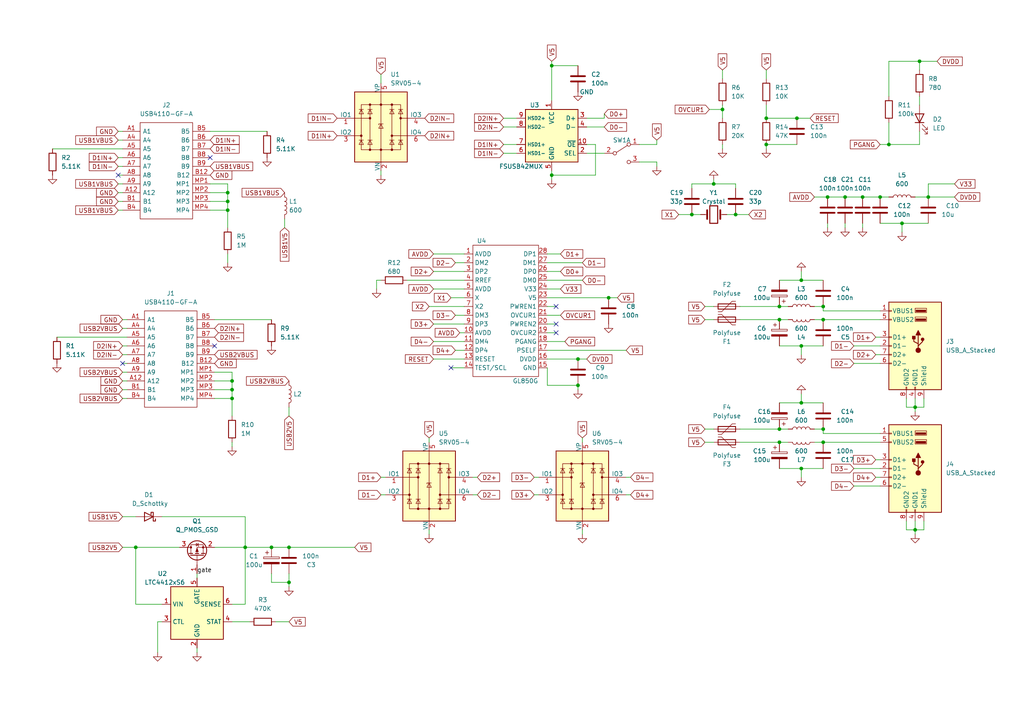
<source format=kicad_sch>
(kicad_sch (version 20211123) (generator eeschema)
  (paper "A4")
  (title_block (title "K(V)M Switch and Hub") (date "2023-01-08") (rev "v01"))
  (junction (at 226.06 128.27))
  (junction (at 232.41 116.84))
  (junction (at 66.04 58.42))
  (junction (at 67.31 110.49))
  (junction (at 66.04 55.88))
  (junction (at 226.06 92.71))
  (junction (at 71.12 158.75))
  (junction (at 222.25 41.91))
  (junction (at 213.36 62.23))
  (junction (at 255.27 57.15))
  (junction (at 200.66 62.23))
  (junction (at 238.76 88.9))
  (junction (at 39.37 158.75))
  (junction (at 222.25 34.29))
  (junction (at 160.02 50.8))
  (junction (at 269.24 57.15))
  (junction (at 238.76 128.27))
  (junction (at 167.64 104.14))
  (junction (at 240.03 57.15))
  (junction (at 67.31 113.03))
  (junction (at 83.82 168.91))
  (junction (at 167.64 111.76))
  (junction (at 265.43 118.11))
  (junction (at 231.14 34.29))
  (junction (at 160.02 19.05))
  (junction (at 176.53 86.36))
  (junction (at 257.81 41.91))
  (junction (at 209.55 31.75))
  (junction (at 245.11 57.15))
  (junction (at 83.82 158.75))
  (junction (at 250.19 57.15))
  (junction (at 67.31 115.57))
  (junction (at 232.41 100.33))
  (junction (at 232.41 81.28))
  (junction (at 78.74 158.75))
  (junction (at 238.76 124.46))
  (junction (at 261.62 64.77))
  (junction (at 226.06 88.9))
  (junction (at 266.7 17.78))
  (junction (at 238.76 92.71))
  (junction (at 207.01 53.34))
  (junction (at 265.43 153.67))
  (junction (at 232.41 135.89))
  (junction (at 226.06 124.46))
  (junction (at 66.04 60.96))
  (no_connect (at 161.29 93.98))
  (no_connect (at 130.81 106.68))
  (no_connect (at 60.96 45.72))
  (no_connect (at 161.29 96.52))
  (no_connect (at 34.29 50.8))
  (no_connect (at 35.56 105.41))
  (no_connect (at 161.29 88.9))
  (no_connect (at 62.23 100.33))
  (wire (pts (xy 209.55 41.91) (xy 209.55 43.18)))
  (wire (pts (xy 250.19 57.15) (xy 255.27 57.15)))
  (wire (pts (xy 265.43 118.11) (xy 265.43 119.38)))
  (wire (pts (xy 83.82 158.75) (xy 102.87 158.75)))
  (wire (pts (xy 82.55 66.04) (xy 82.55 63.5)))
  (wire (pts (xy 236.22 92.71) (xy 238.76 92.71)))
  (wire (pts (xy 35.56 110.49) (xy 36.83 110.49)))
  (wire (pts (xy 71.12 149.86) (xy 71.12 158.75)))
  (wire (pts (xy 35.56 107.95) (xy 36.83 107.95)))
  (wire (pts (xy 34.29 55.88) (xy 35.56 55.88)))
  (wire (pts (xy 78.74 158.75) (xy 83.82 158.75)))
  (wire (pts (xy 168.91 127) (xy 168.91 128.27)))
  (wire (pts (xy 158.75 78.74) (xy 162.56 78.74)))
  (wire (pts (xy 209.55 20.32) (xy 209.55 22.86)))
  (wire (pts (xy 265.43 57.15) (xy 269.24 57.15)))
  (wire (pts (xy 226.06 135.89) (xy 232.41 135.89)))
  (wire (pts (xy 16.51 97.79) (xy 36.83 97.79)))
  (wire (pts (xy 62.23 107.95) (xy 67.31 107.95)))
  (wire (pts (xy 158.75 83.82) (xy 162.56 83.82)))
  (wire (pts (xy 236.22 124.46) (xy 238.76 124.46)))
  (wire (pts (xy 60.96 38.1) (xy 77.47 38.1)))
  (wire (pts (xy 133.35 96.52) (xy 134.62 96.52)))
  (wire (pts (xy 207.01 53.34) (xy 213.36 53.34)))
  (wire (pts (xy 232.41 78.74) (xy 232.41 81.28)))
  (wire (pts (xy 62.23 158.75) (xy 71.12 158.75)))
  (wire (pts (xy 266.7 38.1) (xy 266.7 41.91)))
  (wire (pts (xy 66.04 60.96) (xy 66.04 66.04)))
  (wire (pts (xy 200.66 53.34) (xy 200.66 54.61)))
  (wire (pts (xy 267.97 118.11) (xy 265.43 118.11)))
  (wire (pts (xy 265.43 153.67) (xy 265.43 154.94)))
  (wire (pts (xy 222.25 41.91) (xy 231.14 41.91)))
  (wire (pts (xy 34.29 60.96) (xy 35.56 60.96)))
  (wire (pts (xy 34.29 38.1) (xy 35.56 38.1)))
  (wire (pts (xy 240.03 57.15) (xy 245.11 57.15)))
  (wire (pts (xy 146.05 41.91) (xy 149.86 41.91)))
  (wire (pts (xy 124.46 127) (xy 124.46 128.27)))
  (wire (pts (xy 35.56 105.41) (xy 36.83 105.41)))
  (wire (pts (xy 200.66 53.34) (xy 207.01 53.34)))
  (wire (pts (xy 34.29 45.72) (xy 35.56 45.72)))
  (wire (pts (xy 269.24 57.15) (xy 276.86 57.15)))
  (wire (pts (xy 125.73 78.74) (xy 134.62 78.74)))
  (wire (pts (xy 262.89 151.13) (xy 262.89 153.67)))
  (wire (pts (xy 254 97.79) (xy 255.27 97.79)))
  (wire (pts (xy 238.76 128.27) (xy 255.27 128.27)))
  (wire (pts (xy 266.7 17.78) (xy 271.78 17.78)))
  (wire (pts (xy 247.65 100.33) (xy 255.27 100.33)))
  (wire (pts (xy 205.74 31.75) (xy 209.55 31.75)))
  (wire (pts (xy 262.89 153.67) (xy 265.43 153.67)))
  (wire (pts (xy 236.22 128.27) (xy 238.76 128.27)))
  (wire (pts (xy 124.46 153.67) (xy 124.46 154.94)))
  (wire (pts (xy 255.27 57.15) (xy 257.81 57.15)))
  (wire (pts (xy 226.06 124.46) (xy 228.6 124.46)))
  (wire (pts (xy 45.72 180.34) (xy 45.72 189.23)))
  (wire (pts (xy 247.65 135.89) (xy 255.27 135.89)))
  (wire (pts (xy 130.81 86.36) (xy 134.62 86.36)))
  (wire (pts (xy 67.31 180.34) (xy 72.39 180.34)))
  (wire (pts (xy 35.56 158.75) (xy 39.37 158.75)))
  (wire (pts (xy 161.29 93.98) (xy 158.75 93.98)))
  (wire (pts (xy 245.11 57.15) (xy 250.19 57.15)))
  (wire (pts (xy 175.26 34.29) (xy 175.26 33.02)))
  (wire (pts (xy 66.04 58.42) (xy 66.04 60.96)))
  (wire (pts (xy 46.99 175.26) (xy 39.37 175.26)))
  (wire (pts (xy 158.75 81.28) (xy 168.91 81.28)))
  (wire (pts (xy 204.47 124.46) (xy 207.01 124.46)))
  (wire (pts (xy 125.73 93.98) (xy 134.62 93.98)))
  (wire (pts (xy 158.75 111.76) (xy 167.64 111.76)))
  (wire (pts (xy 250.19 66.04) (xy 250.19 64.77)))
  (wire (pts (xy 226.06 92.71) (xy 228.6 92.71)))
  (wire (pts (xy 207.01 52.07) (xy 207.01 53.34)))
  (wire (pts (xy 34.29 40.64) (xy 35.56 40.64)))
  (wire (pts (xy 181.61 138.43) (xy 182.88 138.43)))
  (wire (pts (xy 160.02 49.53) (xy 160.02 50.8)))
  (wire (pts (xy 214.63 92.71) (xy 226.06 92.71)))
  (wire (pts (xy 83.82 168.91) (xy 83.82 170.18)))
  (wire (pts (xy 269.24 53.34) (xy 269.24 57.15)))
  (wire (pts (xy 62.23 115.57) (xy 67.31 115.57)))
  (wire (pts (xy 262.89 115.57) (xy 262.89 118.11)))
  (wire (pts (xy 172.72 41.91) (xy 172.72 50.8)))
  (wire (pts (xy 35.56 149.86) (xy 39.37 149.86)))
  (wire (pts (xy 118.11 81.28) (xy 134.62 81.28)))
  (wire (pts (xy 132.08 101.6) (xy 134.62 101.6)))
  (wire (pts (xy 236.22 57.15) (xy 240.03 57.15)))
  (wire (pts (xy 257.81 35.56) (xy 257.81 41.91)))
  (wire (pts (xy 232.41 138.43) (xy 232.41 135.89)))
  (wire (pts (xy 34.29 58.42) (xy 35.56 58.42)))
  (wire (pts (xy 214.63 124.46) (xy 226.06 124.46)))
  (wire (pts (xy 196.85 62.23) (xy 200.66 62.23)))
  (wire (pts (xy 110.49 138.43) (xy 111.76 138.43)))
  (wire (pts (xy 261.62 64.77) (xy 269.24 64.77)))
  (wire (pts (xy 83.82 166.37) (xy 83.82 168.91)))
  (wire (pts (xy 46.99 149.86) (xy 71.12 149.86)))
  (wire (pts (xy 254 102.87) (xy 255.27 102.87)))
  (wire (pts (xy 160.02 19.05) (xy 160.02 29.21)))
  (wire (pts (xy 232.41 102.87) (xy 232.41 100.33)))
  (wire (pts (xy 204.47 88.9) (xy 207.01 88.9)))
  (wire (pts (xy 125.73 104.14) (xy 134.62 104.14)))
  (wire (pts (xy 238.76 125.73) (xy 255.27 125.73)))
  (wire (pts (xy 185.42 41.91) (xy 190.5 41.91)))
  (wire (pts (xy 266.7 27.94) (xy 266.7 30.48)))
  (wire (pts (xy 161.29 96.52) (xy 158.75 96.52)))
  (wire (pts (xy 176.53 86.36) (xy 179.07 86.36)))
  (wire (pts (xy 39.37 175.26) (xy 39.37 158.75)))
  (wire (pts (xy 204.47 128.27) (xy 207.01 128.27)))
  (wire (pts (xy 232.41 135.89) (xy 238.76 135.89)))
  (wire (pts (xy 232.41 100.33) (xy 238.76 100.33)))
  (wire (pts (xy 35.56 100.33) (xy 36.83 100.33)))
  (wire (pts (xy 130.81 106.68) (xy 134.62 106.68)))
  (wire (pts (xy 158.75 101.6) (xy 181.61 101.6)))
  (wire (pts (xy 222.25 30.48) (xy 222.25 34.29)))
  (wire (pts (xy 158.75 76.2) (xy 168.91 76.2)))
  (wire (pts (xy 255.27 90.17) (xy 238.76 90.17)))
  (wire (pts (xy 266.7 41.91) (xy 257.81 41.91)))
  (wire (pts (xy 110.49 81.28) (xy 109.22 81.28)))
  (wire (pts (xy 66.04 55.88) (xy 66.04 58.42)))
  (wire (pts (xy 62.23 92.71) (xy 78.74 92.71)))
  (wire (pts (xy 265.43 115.57) (xy 265.43 118.11)))
  (wire (pts (xy 34.29 48.26) (xy 35.56 48.26)))
  (wire (pts (xy 170.18 41.91) (xy 172.72 41.91)))
  (wire (pts (xy 245.11 66.04) (xy 245.11 64.77)))
  (wire (pts (xy 67.31 175.26) (xy 71.12 175.26)))
  (wire (pts (xy 226.06 128.27) (xy 228.6 128.27)))
  (wire (pts (xy 185.42 46.99) (xy 190.5 46.99)))
  (wire (pts (xy 124.46 88.9) (xy 134.62 88.9)))
  (wire (pts (xy 158.75 106.68) (xy 158.75 111.76)))
  (wire (pts (xy 60.96 53.34) (xy 66.04 53.34)))
  (wire (pts (xy 137.16 143.51) (xy 138.43 143.51)))
  (wire (pts (xy 222.25 34.29) (xy 231.14 34.29)))
  (wire (pts (xy 146.05 34.29) (xy 149.86 34.29)))
  (wire (pts (xy 261.62 64.77) (xy 261.62 67.31)))
  (wire (pts (xy 226.06 88.9) (xy 228.6 88.9)))
  (wire (pts (xy 60.96 55.88) (xy 66.04 55.88)))
  (wire (pts (xy 254 133.35) (xy 255.27 133.35)))
  (wire (pts (xy 267.97 151.13) (xy 267.97 153.67)))
  (wire (pts (xy 78.74 168.91) (xy 83.82 168.91)))
  (wire (pts (xy 146.05 36.83) (xy 149.86 36.83)))
  (wire (pts (xy 167.64 111.76) (xy 167.64 113.03)))
  (wire (pts (xy 209.55 30.48) (xy 209.55 31.75)))
  (wire (pts (xy 67.31 107.95) (xy 67.31 110.49)))
  (wire (pts (xy 210.82 62.23) (xy 213.36 62.23)))
  (wire (pts (xy 35.56 102.87) (xy 36.83 102.87)))
  (wire (pts (xy 267.97 115.57) (xy 267.97 118.11)))
  (wire (pts (xy 66.04 73.66) (xy 66.04 76.2)))
  (wire (pts (xy 110.49 143.51) (xy 111.76 143.51)))
  (wire (pts (xy 255.27 64.77) (xy 261.62 64.77)))
  (wire (pts (xy 110.49 49.53) (xy 110.49 50.8)))
  (wire (pts (xy 132.08 76.2) (xy 134.62 76.2)))
  (wire (pts (xy 158.75 73.66) (xy 162.56 73.66)))
  (wire (pts (xy 67.31 110.49) (xy 67.31 113.03)))
  (wire (pts (xy 265.43 151.13) (xy 265.43 153.67)))
  (wire (pts (xy 226.06 116.84) (xy 232.41 116.84)))
  (wire (pts (xy 265.43 153.67) (xy 267.97 153.67)))
  (wire (pts (xy 158.75 91.44) (xy 162.56 91.44)))
  (wire (pts (xy 167.64 104.14) (xy 170.18 104.14)))
  (wire (pts (xy 67.31 128.27) (xy 67.31 129.54)))
  (wire (pts (xy 247.65 140.97) (xy 255.27 140.97)))
  (wire (pts (xy 39.37 158.75) (xy 52.07 158.75)))
  (wire (pts (xy 34.29 53.34) (xy 35.56 53.34)))
  (wire (pts (xy 254 138.43) (xy 255.27 138.43)))
  (wire (pts (xy 67.31 115.57) (xy 67.31 120.65)))
  (wire (pts (xy 71.12 158.75) (xy 78.74 158.75)))
  (wire (pts (xy 190.5 46.99) (xy 190.5 48.26)))
  (wire (pts (xy 62.23 113.03) (xy 67.31 113.03)))
  (wire (pts (xy 80.01 180.34) (xy 83.82 180.34)))
  (wire (pts (xy 247.65 105.41) (xy 255.27 105.41)))
  (wire (pts (xy 204.47 92.71) (xy 207.01 92.71)))
  (wire (pts (xy 170.18 36.83) (xy 175.26 36.83)))
  (wire (pts (xy 158.75 86.36) (xy 176.53 86.36)))
  (wire (pts (xy 146.05 44.45) (xy 149.86 44.45)))
  (wire (pts (xy 125.73 73.66) (xy 134.62 73.66)))
  (wire (pts (xy 231.14 34.29) (xy 234.95 34.29)))
  (wire (pts (xy 60.96 60.96) (xy 66.04 60.96)))
  (wire (pts (xy 257.81 17.78) (xy 257.81 27.94)))
  (wire (pts (xy 35.56 95.25) (xy 36.83 95.25)))
  (wire (pts (xy 167.64 19.05) (xy 160.02 19.05)))
  (wire (pts (xy 154.94 143.51) (xy 156.21 143.51)))
  (wire (pts (xy 78.74 166.37) (xy 78.74 168.91)))
  (wire (pts (xy 57.15 187.96) (xy 57.15 189.23)))
  (wire (pts (xy 109.22 81.28) (xy 109.22 83.82)))
  (wire (pts (xy 160.02 17.78) (xy 160.02 19.05)))
  (wire (pts (xy 236.22 88.9) (xy 238.76 88.9)))
  (wire (pts (xy 35.56 113.03) (xy 36.83 113.03)))
  (wire (pts (xy 170.18 34.29) (xy 175.26 34.29)))
  (wire (pts (xy 222.25 20.32) (xy 222.25 22.86)))
  (wire (pts (xy 154.94 138.43) (xy 156.21 138.43)))
  (wire (pts (xy 132.08 91.44) (xy 134.62 91.44)))
  (wire (pts (xy 213.36 62.23) (xy 217.17 62.23)))
  (wire (pts (xy 168.91 153.67) (xy 168.91 154.94)))
  (wire (pts (xy 46.99 180.34) (xy 45.72 180.34)))
  (wire (pts (xy 213.36 54.61) (xy 213.36 53.34)))
  (wire (pts (xy 161.29 88.9) (xy 158.75 88.9)))
  (wire (pts (xy 238.76 125.73) (xy 238.76 124.46)))
  (wire (pts (xy 172.72 50.8) (xy 160.02 50.8)))
  (wire (pts (xy 266.7 20.32) (xy 266.7 17.78)))
  (wire (pts (xy 232.41 81.28) (xy 238.76 81.28)))
  (wire (pts (xy 60.96 58.42) (xy 66.04 58.42)))
  (wire (pts (xy 232.41 114.3) (xy 232.41 116.84)))
  (wire (pts (xy 190.5 40.64) (xy 190.5 41.91)))
  (wire (pts (xy 209.55 31.75) (xy 209.55 34.29)))
  (wire (pts (xy 35.56 115.57) (xy 36.83 115.57)))
  (wire (pts (xy 214.63 128.27) (xy 226.06 128.27)))
  (wire (pts (xy 125.73 99.06) (xy 134.62 99.06)))
  (wire (pts (xy 57.15 166.37) (xy 57.15 167.64)))
  (wire (pts (xy 226.06 81.28) (xy 232.41 81.28)))
  (wire (pts (xy 158.75 99.06) (xy 163.83 99.06)))
  (wire (pts (xy 67.31 113.03) (xy 67.31 115.57)))
  (wire (pts (xy 181.61 143.51) (xy 182.88 143.51)))
  (wire (pts (xy 83.82 120.65) (xy 83.82 118.11)))
  (wire (pts (xy 34.29 50.8) (xy 35.56 50.8)))
  (wire (pts (xy 200.66 62.23) (xy 203.2 62.23)))
  (wire (pts (xy 158.75 104.14) (xy 167.64 104.14)))
  (wire (pts (xy 222.25 41.91) (xy 222.25 43.18)))
  (wire (pts (xy 71.12 175.26) (xy 71.12 158.75)))
  (wire (pts (xy 170.18 44.45) (xy 175.26 44.45)))
  (wire (pts (xy 276.86 53.34) (xy 269.24 53.34)))
  (wire (pts (xy 214.63 88.9) (xy 226.06 88.9)))
  (wire (pts (xy 240.03 66.04) (xy 240.03 64.77)))
  (wire (pts (xy 62.23 110.49) (xy 67.31 110.49)))
  (wire (pts (xy 266.7 17.78) (xy 257.81 17.78)))
  (wire (pts (xy 35.56 92.71) (xy 36.83 92.71)))
  (wire (pts (xy 238.76 92.71) (xy 255.27 92.71)))
  (wire (pts (xy 15.24 43.18) (xy 35.56 43.18)))
  (wire (pts (xy 160.02 50.8) (xy 160.02 52.07)))
  (wire (pts (xy 110.49 21.59) (xy 110.49 24.13)))
  (wire (pts (xy 226.06 100.33) (xy 232.41 100.33)))
  (wire (pts (xy 238.76 90.17) (xy 238.76 88.9)))
  (wire (pts (xy 262.89 118.11) (xy 265.43 118.11)))
  (wire (pts (xy 232.41 116.84) (xy 238.76 116.84)))
  (wire (pts (xy 257.81 41.91) (xy 255.27 41.91)))
  (wire (pts (xy 66.04 53.34) (xy 66.04 55.88)))
  (wire (pts (xy 137.16 138.43) (xy 138.43 138.43)))
  (wire (pts (xy 125.73 83.82) (xy 134.62 83.82)))
  (label "gate" (at 57.15 166.37 0))
  (global_label "V5" (shape input) (at 209.55 20.32 90) (property "Intersheet References" "${INTERSHEET_REFS}" (effects hide)))
  (global_label "X2" (shape input) (at 217.17 62.23 0) (property "Intersheet References" "${INTERSHEET_REFS}" (effects hide)))
  (global_label "D4+" (shape input) (at 254 138.43 180) (property "Intersheet References" "${INTERSHEET_REFS}" (effects hide)))
  (global_label "GND" (shape input) (at 62.23 105.41 0) (property "Intersheet References" "${INTERSHEET_REFS}" (effects hide)))
  (global_label "PGANG" (shape input) (at 255.27 41.91 180) (property "Intersheet References" "${INTERSHEET_REFS}" (effects hide)))
  (global_label "USB2V5" (shape input) (at 83.82 120.65 270) (property "Intersheet References" "${INTERSHEET_REFS}" (effects hide)))
  (global_label "D4+" (shape input) (at 132.08 101.6 180) (property "Intersheet References" "${INTERSHEET_REFS}" (effects hide)))
  (global_label "GND" (shape input) (at 35.56 113.03 180) (property "Intersheet References" "${INTERSHEET_REFS}" (effects hide)))
  (global_label "GND" (shape input) (at 35.56 110.49 180) (property "Intersheet References" "${INTERSHEET_REFS}" (effects hide)))
  (global_label "D3-" (shape input) (at 132.08 91.44 180) (property "Intersheet References" "${INTERSHEET_REFS}" (effects hide)))
  (global_label "V5" (shape input) (at 179.07 86.36 0) (property "Intersheet References" "${INTERSHEET_REFS}" (effects hide)))
  (global_label "D2IN+" (shape input) (at 62.23 95.25 0) (property "Intersheet References" "${INTERSHEET_REFS}" (effects hide)))
  (global_label "D3-" (shape input) (at 247.65 135.89 180) (property "Intersheet References" "${INTERSHEET_REFS}" (effects hide)))
  (global_label "X1" (shape input) (at 130.81 86.36 180) (property "Intersheet References" "${INTERSHEET_REFS}" (effects hide)))
  (global_label "V5" (shape input) (at 222.25 20.32 90) (property "Intersheet References" "${INTERSHEET_REFS}" (effects hide)))
  (global_label "USB1VBUS" (shape input) (at 82.55 55.88 180) (property "Intersheet References" "${INTERSHEET_REFS}" (effects hide)))
  (global_label "D1+" (shape input) (at 110.49 138.43 180) (property "Intersheet References" "${INTERSHEET_REFS}" (effects hide)))
  (global_label "D1+" (shape input) (at 254 97.79 180) (property "Intersheet References" "${INTERSHEET_REFS}" (effects hide)))
  (global_label "V5" (shape input) (at 204.47 88.9 180) (property "Intersheet References" "${INTERSHEET_REFS}" (effects hide)))
  (global_label "DVDD" (shape input) (at 271.78 17.78 0) (property "Intersheet References" "${INTERSHEET_REFS}" (effects hide)))
  (global_label "D1IN+" (shape input) (at 34.29 45.72 180) (property "Intersheet References" "${INTERSHEET_REFS}" (effects hide)))
  (global_label "D0-" (shape input) (at 168.91 81.28 0) (property "Intersheet References" "${INTERSHEET_REFS}" (effects hide)))
  (global_label "USB2VBUS" (shape input) (at 83.82 110.49 180) (property "Intersheet References" "${INTERSHEET_REFS}" (effects hide)))
  (global_label "USB2VBUS" (shape input) (at 35.56 107.95 180) (property "Intersheet References" "${INTERSHEET_REFS}" (effects hide)))
  (global_label "D2-" (shape input) (at 138.43 143.51 0) (property "Intersheet References" "${INTERSHEET_REFS}" (effects hide)))
  (global_label "V5" (shape input) (at 204.47 124.46 180) (property "Intersheet References" "${INTERSHEET_REFS}" (effects hide)))
  (global_label "D1IN-" (shape input) (at 97.79 34.29 180) (property "Intersheet References" "${INTERSHEET_REFS}" (effects hide)))
  (global_label "D1-" (shape input) (at 247.65 100.33 180) (property "Intersheet References" "${INTERSHEET_REFS}" (effects hide)))
  (global_label "D3+" (shape input) (at 125.73 93.98 180) (property "Intersheet References" "${INTERSHEET_REFS}" (effects hide)))
  (global_label "V5" (shape input) (at 168.91 127 90) (property "Intersheet References" "${INTERSHEET_REFS}" (effects hide)))
  (global_label "OVCUR1" (shape input) (at 205.74 31.75 180) (property "Intersheet References" "${INTERSHEET_REFS}" (effects hide)))
  (global_label "D2IN-" (shape input) (at 123.19 34.29 0) (property "Intersheet References" "${INTERSHEET_REFS}" (effects hide)))
  (global_label "D2IN-" (shape input) (at 35.56 102.87 180) (property "Intersheet References" "${INTERSHEET_REFS}" (effects hide)))
  (global_label "D2-" (shape input) (at 247.65 105.41 180) (property "Intersheet References" "${INTERSHEET_REFS}" (effects hide)))
  (global_label "V33" (shape input) (at 162.56 83.82 0) (property "Intersheet References" "${INTERSHEET_REFS}" (effects hide)))
  (global_label "D0+" (shape input) (at 162.56 78.74 0) (property "Intersheet References" "${INTERSHEET_REFS}" (effects hide)))
  (global_label "USB2VBUS" (shape input) (at 35.56 95.25 180) (property "Intersheet References" "${INTERSHEET_REFS}" (effects hide)))
  (global_label "V5" (shape input) (at 190.5 40.64 90) (property "Intersheet References" "${INTERSHEET_REFS}" (effects hide)))
  (global_label "D4-" (shape input) (at 182.88 138.43 0) (property "Intersheet References" "${INTERSHEET_REFS}" (effects hide)))
  (global_label "GND" (shape input) (at 34.29 38.1 180) (property "Intersheet References" "${INTERSHEET_REFS}" (effects hide)))
  (global_label "D1IN+" (shape input) (at 60.96 40.64 0) (property "Intersheet References" "${INTERSHEET_REFS}" (effects hide)))
  (global_label "DVDD" (shape input) (at 170.18 104.14 0) (property "Intersheet References" "${INTERSHEET_REFS}" (effects hide)))
  (global_label "USB1V5" (shape input) (at 35.56 149.86 180) (property "Intersheet References" "${INTERSHEET_REFS}" (effects hide)))
  (global_label "D2IN-" (shape input) (at 62.23 97.79 0) (property "Intersheet References" "${INTERSHEET_REFS}" (effects hide)))
  (global_label "USB2VBUS" (shape input) (at 35.56 115.57 180) (property "Intersheet References" "${INTERSHEET_REFS}" (effects hide)))
  (global_label "RESET" (shape input) (at 234.95 34.29 0) (property "Intersheet References" "${INTERSHEET_REFS}" (effects hide)))
  (global_label "D4-" (shape input) (at 125.73 99.06 180) (property "Intersheet References" "${INTERSHEET_REFS}" (effects hide)))
  (global_label "GND" (shape input) (at 34.29 58.42 180) (property "Intersheet References" "${INTERSHEET_REFS}" (effects hide)))
  (global_label "D2+" (shape input) (at 138.43 138.43 0) (property "Intersheet References" "${INTERSHEET_REFS}" (effects hide)))
  (global_label "OVCUR1" (shape input) (at 162.56 91.44 0) (property "Intersheet References" "${INTERSHEET_REFS}" (effects hide)))
  (global_label "D3-" (shape input) (at 154.94 138.43 180) (property "Intersheet References" "${INTERSHEET_REFS}" (effects hide)))
  (global_label "D2+" (shape input) (at 125.73 78.74 180) (property "Intersheet References" "${INTERSHEET_REFS}" (effects hide)))
  (global_label "D1+" (shape input) (at 162.56 73.66 0) (property "Intersheet References" "${INTERSHEET_REFS}" (effects hide)))
  (global_label "V33" (shape input) (at 276.86 53.34 0) (property "Intersheet References" "${INTERSHEET_REFS}" (effects hide)))
  (global_label "D3+" (shape input) (at 254 133.35 180) (property "Intersheet References" "${INTERSHEET_REFS}" (effects hide)))
  (global_label "USB2V5" (shape input) (at 35.56 158.75 180) (property "Intersheet References" "${INTERSHEET_REFS}" (effects hide)))
  (global_label "DVDD" (shape input) (at 276.86 57.15 0) (property "Intersheet References" "${INTERSHEET_REFS}" (effects hide)))
  (global_label "X2" (shape input) (at 124.46 88.9 180) (property "Intersheet References" "${INTERSHEET_REFS}" (effects hide)))
  (global_label "D1-" (shape input) (at 110.49 143.51 180) (property "Intersheet References" "${INTERSHEET_REFS}" (effects hide)))
  (global_label "D2IN-" (shape input) (at 146.05 36.83 180) (property "Intersheet References" "${INTERSHEET_REFS}" (effects hide)))
  (global_label "GND" (shape input) (at 60.96 50.8 0) (property "Intersheet References" "${INTERSHEET_REFS}" (effects hide)))
  (global_label "USB1VBUS" (shape input) (at 34.29 40.64 180) (property "Intersheet References" "${INTERSHEET_REFS}" (effects hide)))
  (global_label "D1IN-" (shape input) (at 60.96 43.18 0) (property "Intersheet References" "${INTERSHEET_REFS}" (effects hide)))
  (global_label "USB1VBUS" (shape input) (at 34.29 53.34 180) (property "Intersheet References" "${INTERSHEET_REFS}" (effects hide)))
  (global_label "V5" (shape input) (at 204.47 92.71 180) (property "Intersheet References" "${INTERSHEET_REFS}" (effects hide)))
  (global_label "D1IN-" (shape input) (at 34.29 48.26 180) (property "Intersheet References" "${INTERSHEET_REFS}" (effects hide)))
  (global_label "USB1VBUS" (shape input) (at 34.29 60.96 180) (property "Intersheet References" "${INTERSHEET_REFS}" (effects hide)))
  (global_label "D4-" (shape input) (at 247.65 140.97 180) (property "Intersheet References" "${INTERSHEET_REFS}" (effects hide)))
  (global_label "V5" (shape input) (at 124.46 127 90) (property "Intersheet References" "${INTERSHEET_REFS}" (effects hide)))
  (global_label "PGANG" (shape input) (at 163.83 99.06 0) (property "Intersheet References" "${INTERSHEET_REFS}" (effects hide)))
  (global_label "AVDD" (shape input) (at 236.22 57.15 180) (property "Intersheet References" "${INTERSHEET_REFS}" (effects hide)))
  (global_label "D0+" (shape input) (at 175.26 33.02 0) (property "Intersheet References" "${INTERSHEET_REFS}" (effects hide)))
  (global_label "V5" (shape input) (at 110.49 21.59 90) (property "Intersheet References" "${INTERSHEET_REFS}" (effects hide)))
  (global_label "D1IN+" (shape input) (at 97.79 39.37 180) (property "Intersheet References" "${INTERSHEET_REFS}" (effects hide)))
  (global_label "D2-" (shape input) (at 132.08 76.2 180) (property "Intersheet References" "${INTERSHEET_REFS}" (effects hide)))
  (global_label "V5" (shape input) (at 83.82 180.34 0) (property "Intersheet References" "${INTERSHEET_REFS}" (effects hide)))
  (global_label "D4+" (shape input) (at 182.88 143.51 0) (property "Intersheet References" "${INTERSHEET_REFS}" (effects hide)))
  (global_label "D1IN-" (shape input) (at 146.05 44.45 180) (property "Intersheet References" "${INTERSHEET_REFS}" (effects hide)))
  (global_label "AVDD" (shape input) (at 133.35 96.52 180) (property "Intersheet References" "${INTERSHEET_REFS}" (effects hide)))
  (global_label "D3+" (shape input) (at 154.94 143.51 180) (property "Intersheet References" "${INTERSHEET_REFS}" (effects hide)))
  (global_label "D1-" (shape input) (at 168.91 76.2 0) (property "Intersheet References" "${INTERSHEET_REFS}" (effects hide)))
  (global_label "USB2VBUS" (shape input) (at 62.23 102.87 0) (property "Intersheet References" "${INTERSHEET_REFS}" (effects hide)))
  (global_label "D0-" (shape input) (at 175.26 36.83 0) (property "Intersheet References" "${INTERSHEET_REFS}" (effects hide)))
  (global_label "USB1V5" (shape input) (at 82.55 66.04 270) (property "Intersheet References" "${INTERSHEET_REFS}" (effects hide)))
  (global_label "D1IN+" (shape input) (at 146.05 41.91 180) (property "Intersheet References" "${INTERSHEET_REFS}" (effects hide)))
  (global_label "V5" (shape input) (at 102.87 158.75 0) (property "Intersheet References" "${INTERSHEET_REFS}" (effects hide)))
  (global_label "USB1VBUS" (shape input) (at 60.96 48.26 0) (property "Intersheet References" "${INTERSHEET_REFS}" (effects hide)))
  (global_label "AVDD" (shape input) (at 125.73 73.66 180) (property "Intersheet References" "${INTERSHEET_REFS}" (effects hide)))
  (global_label "X1" (shape input) (at 196.85 62.23 180) (property "Intersheet References" "${INTERSHEET_REFS}" (effects hide)))
  (global_label "V5" (shape input) (at 204.47 128.27 180) (property "Intersheet References" "${INTERSHEET_REFS}" (effects hide)))
  (global_label "D2IN+" (shape input) (at 123.19 39.37 0) (property "Intersheet References" "${INTERSHEET_REFS}" (effects hide)))
  (global_label "AVDD" (shape input) (at 125.73 83.82 180) (property "Intersheet References" "${INTERSHEET_REFS}" (effects hide)))
  (global_label "RESET" (shape input) (at 125.73 104.14 180) (property "Intersheet References" "${INTERSHEET_REFS}" (effects hide)))
  (global_label "GND" (shape input) (at 35.56 92.71 180) (property "Intersheet References" "${INTERSHEET_REFS}" (effects hide)))
  (global_label "V5" (shape input) (at 160.02 17.78 90) (property "Intersheet References" "${INTERSHEET_REFS}" (effects hide)))
  (global_label "D2IN+" (shape input) (at 35.56 100.33 180) (property "Intersheet References" "${INTERSHEET_REFS}" (effects hide)))
  (global_label "V5" (shape input) (at 181.61 101.6 0) (property "Intersheet References" "${INTERSHEET_REFS}" (effects hide)))
  (global_label "D2IN+" (shape input) (at 146.05 34.29 180) (property "Intersheet References" "${INTERSHEET_REFS}" (effects hide)))
  (global_label "D2+" (shape input) (at 254 102.87 180) (property "Intersheet References" "${INTERSHEET_REFS}" (effects hide)))
  (global_label "GND" (shape input) (at 34.29 55.88 180) (property "Intersheet References" "${INTERSHEET_REFS}" (effects hide)))
  (symbol (lib_id "power:GND") (at 109.22 83.82 0) (unit 1)
    (property "Reference" "#PWR016" (effects hide))
    (property "Value" "GND" (effects hide))
  )
  (symbol (lib_id "Device:Polyfuse") (at 210.82 92.71 90) (mirror x) (unit 1)
    (property "Reference" "F1" (at 210.82 99.06 90))
    (property "Value" "Polyfuse" (at 210.82 96.52 90))
    (property "Footprint" "Fuse:Fuse_1206_3216Metric_Pad1.42x1.75mm_HandSolder" (effects hide))
  )
  (symbol (lib_id "Device:R") (at 66.04 69.85 0) (unit 1)
    (property "Reference" "R5" (at 68.58 68.5799 0) (effects (justify left)))
    (property "Value" "1M" (at 68.58 71.1199 0) (effects (justify left)))
    (property "Footprint" "Resistor_SMD:R_0603_1608Metric_Pad0.98x0.95mm_HandSolder" (effects hide))
  )
  (symbol (lib_id "Connector:USB_A_Stacked") (at 265.43 100.33 0) (mirror y) (unit 1)
    (property "Reference" "J3" (at 274.32 99.0599 0) (effects (justify right)))
    (property "Value" "USB_A_Stacked" (at 274.32 101.5999 0) (effects (justify right)))
    (property "Footprint" "Connector_USB:USB_A_Wuerth_61400826021_Horizontal_Stacked" (effects hide))
    (property "Datasheet" " ~" (effects hide))
  )
  (symbol (lib_id "power:GND") (at 261.62 67.31 0) (unit 1)
    (property "Reference" "#PWR031" (effects hide))
    (property "Value" "GND" (effects hide))
  )
  (symbol (lib_id "power:GND") (at 67.31 129.54 0) (unit 1)
    (property "Reference" "#PWR0103" (effects hide))
    (property "Value" "GND" (effects hide))
  )
  (symbol (lib_id "Device:L") (at 261.62 57.15 90) (unit 1)
    (property "Reference" "L5" (at 261.62 50.8 90))
    (property "Value" "600" (at 261.62 53.34 90))
    (property "Footprint" "Resistor_SMD:R_0603_1608Metric_Pad0.98x0.95mm_HandSolder" (effects hide))
  )
  (symbol (lib_id "power:GND") (at 167.64 113.03 0) (unit 1)
    (property "Reference" "#PWR019" (effects hide))
    (property "Value" "GND" (effects hide))
  )
  (symbol (lib_id "Device:R") (at 114.3 81.28 90) (unit 1)
    (property "Reference" "R12" (at 114.3 76.2 90))
    (property "Value" "680" (at 114.3 78.74 90))
    (property "Footprint" "Resistor_SMD:R_0603_1608Metric_Pad0.98x0.95mm_HandSolder" (effects hide))
  )
  (symbol (lib_id "KVM_Library:USB4110-GF-A") (at 35.56 38.1 0) (unit 1)
    (property "Reference" "J2" (at 48.26 30.48 0))
    (property "Value" "USB4110-GF-A" (at 48.26 33.02 0))
    (property "Footprint" "Library:USB4110GFA" (effects hide))
    (property "Datasheet" "https://gct.co/files/drawings/usb4110.pdf" (effects hide))
    (property "Description" "CONN USB 2.0 TYPE-C R/A SMT" (effects hide))
    (property "Height" "3.26" (effects hide))
    (property "Mouser Part Number" "640-USB4110-GF-A" (effects hide))
    (property "Mouser Price/Stock" "https://www.mouser.co.uk/ProductDetail/GCT/USB4110-GF-A?qs=KUoIvG%2F9IlYiZvIXQjyJeA%3D%3D" (effects hide))
    (property "Manufacturer_Name" "GCT (GLOBAL CONNECTOR TECHNOLOGY)" (effects hide))
    (property "Manufacturer_Part_Number" "USB4110-GF-A" (effects hide))
  )
  (symbol (lib_id "power:GND") (at 167.64 26.67 0) (unit 1)
    (property "Reference" "#PWR011" (effects hide))
    (property "Value" "GND" (at 170.18 26.67 0))
  )
  (symbol (lib_id "Device:LED") (at 266.7 34.29 90) (unit 1)
    (property "Reference" "D2" (at 270.51 34.6074 90) (effects (justify right)))
    (property "Value" "LED" (at 270.51 37.1474 90) (effects (justify right)))
    (property "Footprint" "LED_SMD:LED_0805_2012Metric_Pad1.15x1.40mm_HandSolder" (effects hide))
  )
  (symbol (lib_id "power:GND") (at 222.25 43.18 0) (unit 1)
    (property "Reference" "#PWR023" (effects hide))
    (property "Value" "GND" (effects hide))
  )
  (symbol (lib_id "power:GND") (at 45.72 189.23 0) (mirror y) (unit 1)
    (property "Reference" "#PWR013" (effects hide))
    (property "Value" "GND" (effects hide))
  )
  (symbol (lib_id "Device:Crystal") (at 207.01 62.23 0) (unit 1)
    (property "Reference" "Y1" (at 207.01 55.88 0))
    (property "Value" "Crystal" (at 207.01 58.42 0))
    (property "Footprint" "Library:ECS120184XCKM" (effects hide))
  )
  (symbol (lib_id "Device:C") (at 238.76 85.09 0) (unit 1)
    (property "Reference" "C4" (at 243.84 83.82 0) (effects (justify left)))
    (property "Value" "100n" (at 242.57 86.36 0) (effects (justify left)))
    (property "Footprint" "Capacitor_SMD:C_0603_1608Metric_Pad1.08x0.95mm_HandSolder" (effects hide))
  )
  (symbol (lib_id "Device:Polyfuse") (at 210.82 124.46 90) (unit 1)
    (property "Reference" "F4" (at 210.82 118.11 90))
    (property "Value" "Polyfuse" (at 210.82 120.65 90))
    (property "Footprint" "Fuse:Fuse_1206_3216Metric_Pad1.42x1.75mm_HandSolder" (effects hide))
  )
  (symbol (lib_id "Device:R") (at 257.81 31.75 0) (unit 1)
    (property "Reference" "R11" (at 260.35 30.4799 0) (effects (justify left)))
    (property "Value" "100k" (at 260.35 33.0199 0) (effects (justify left)))
    (property "Footprint" "Resistor_SMD:R_0603_1608Metric_Pad0.98x0.95mm_HandSolder" (effects hide))
  )
  (symbol (lib_id "power:GND") (at 77.47 45.72 0) (unit 1)
    (property "Reference" "#PWR03" (effects hide))
    (property "Value" "GND" (effects hide))
  )
  (symbol (lib_id "power:GND") (at 232.41 138.43 0) (mirror y) (unit 1)
    (property "Reference" "#PWR028" (effects hide))
    (property "Value" "GND" (effects hide))
  )
  (symbol (lib_id "Device:C") (at 250.19 60.96 0) (unit 1)
    (property "Reference" "C11" (at 248.92 52.07 0) (effects (justify left)))
    (property "Value" "100n" (at 247.65 54.61 0) (effects (justify left)))
    (property "Footprint" "Capacitor_SMD:C_0603_1608Metric_Pad1.08x0.95mm_HandSolder" (effects hide))
  )
  (symbol (lib_id "Device:R") (at 266.7 24.13 0) (unit 1)
    (property "Reference" "R8" (at 269.24 22.8599 0) (effects (justify left)))
    (property "Value" "780" (at 269.24 25.3999 0) (effects (justify left)))
    (property "Footprint" "Resistor_SMD:R_0603_1608Metric_Pad0.98x0.95mm_HandSolder" (effects hide))
  )
  (symbol (lib_id "Device:Polyfuse") (at 210.82 128.27 90) (mirror x) (unit 1)
    (property "Reference" "F3" (at 210.82 134.62 90))
    (property "Value" "Polyfuse" (at 210.82 132.08 90))
    (property "Footprint" "Fuse:Fuse_1206_3216Metric_Pad1.42x1.75mm_HandSolder" (effects hide))
  )
  (symbol (lib_id "Device:R") (at 209.55 26.67 0) (unit 1)
    (property "Reference" "R6" (at 212.09 25.3999 0) (effects (justify left)))
    (property "Value" "10K" (at 212.09 27.9399 0) (effects (justify left)))
    (property "Footprint" "Resistor_SMD:R_0603_1608Metric_Pad0.98x0.95mm_HandSolder" (effects hide))
  )
  (symbol (lib_id "Power_Protection:SRV05-4") (at 168.91 140.97 0) (unit 1)
    (property "Reference" "U6" (at 171.6787 125.73 0) (effects (justify left)))
    (property "Value" "SRV05-4" (at 171.6787 128.27 0) (effects (justify left)))
    (property "Footprint" "Package_TO_SOT_SMD:SOT-23-6" (effects hide))
    (property "Datasheet" "http://www.onsemi.com/pub/Collateral/SRV05-4-D.PDF" (effects hide))
  )
  (symbol (lib_id "power:GND") (at 176.53 93.98 0) (unit 1)
    (property "Reference" "#PWR020" (effects hide))
    (property "Value" "GND" (effects hide))
  )
  (symbol (lib_id "power:GND") (at 265.43 154.94 0) (unit 1)
    (property "Reference" "#PWR033" (effects hide))
    (property "Value" "GND" (effects hide))
  )
  (symbol (lib_id "Device:C") (at 245.11 60.96 0) (unit 1)
    (property "Reference" "C21" (at 243.84 52.07 0) (effects (justify left)))
    (property "Value" "100n" (at 242.57 54.61 0) (effects (justify left)))
    (property "Footprint" "Capacitor_SMD:C_0603_1608Metric_Pad1.08x0.95mm_HandSolder" (effects hide))
  )
  (symbol (lib_id "Device:C_Polarized") (at 226.06 120.65 180) (unit 1)
    (property "Reference" "C16" (at 219.71 119.38 0) (effects (justify right)))
    (property "Value" "100u" (at 218.44 121.92 0) (effects (justify right)))
    (property "Footprint" "Capacitor_THT:CP_Radial_D5.0mm_P2.00mm" (effects hide))
  )
  (symbol (lib_id "Device:C") (at 200.66 58.42 0) (unit 1)
    (property "Reference" "C19" (at 194.31 55.88 0) (effects (justify left)))
    (property "Value" "33p" (at 194.31 58.42 0) (effects (justify left)))
    (property "Footprint" "Capacitor_SMD:C_0603_1608Metric_Pad1.08x0.95mm_HandSolder" (effects hide))
  )
  (symbol (lib_id "Device:L") (at 232.41 92.71 90) (mirror x) (unit 1)
    (property "Reference" "L4" (at 232.41 97.79 90))
    (property "Value" "600" (at 232.41 95.25 90))
    (property "Footprint" "Resistor_SMD:R_0603_1608Metric_Pad0.98x0.95mm_HandSolder" (effects hide))
  )
  (symbol (lib_id "Device:C") (at 255.27 60.96 0) (unit 1)
    (property "Reference" "C12" (at 260.35 59.69 0) (effects (justify left)))
    (property "Value" "100n" (at 259.08 62.23 0) (effects (justify left)))
    (property "Footprint" "Capacitor_SMD:C_0603_1608Metric_Pad1.08x0.95mm_HandSolder" (effects hide))
  )
  (symbol (lib_id "power:GND") (at 16.51 105.41 0) (unit 1)
    (property "Reference" "#PWR0101" (effects hide))
    (property "Value" "GND" (effects hide))
  )
  (symbol (lib_id "Device:D_Schottky") (at 43.18 149.86 180) (unit 1)
    (property "Reference" "D1" (at 43.18 143.51 0))
    (property "Value" "D_Schottky" (at 43.4975 146.05 0))
    (property "Footprint" "Diode_SMD:D_SOD-123F" (effects hide))
  )
  (symbol (lib_id "power:GND") (at 168.91 154.94 0) (mirror y) (unit 1)
    (property "Reference" "#PWR018" (effects hide))
    (property "Value" "GND" (effects hide))
  )
  (symbol (lib_id "Device:C") (at 269.24 60.96 0) (unit 1)
    (property "Reference" "C10" (at 274.32 59.69 0) (effects (justify left)))
    (property "Value" "10u" (at 273.05 62.23 0) (effects (justify left)))
    (property "Footprint" "Capacitor_SMD:C_0805_2012Metric_Pad1.18x1.45mm_HandSolder" (effects hide))
  )
  (symbol (lib_id "Connector:USB_A_Stacked") (at 265.43 135.89 0) (mirror y) (unit 1)
    (property "Reference" "J4" (at 274.32 134.6199 0) (effects (justify right)))
    (property "Value" "USB_A_Stacked" (at 274.32 137.1599 0) (effects (justify right)))
    (property "Footprint" "Connector_USB:USB_A_Wuerth_61400826021_Horizontal_Stacked" (effects hide))
    (property "Datasheet" " ~" (effects hide))
  )
  (symbol (lib_id "Device:L") (at 232.41 128.27 90) (mirror x) (unit 1)
    (property "Reference" "L7" (at 232.41 133.35 90))
    (property "Value" "600" (at 232.41 130.81 90))
    (property "Footprint" "Resistor_SMD:R_0603_1608Metric_Pad0.98x0.95mm_HandSolder" (effects hide))
  )
  (symbol (lib_id "Device:R") (at 76.2 180.34 90) (unit 1)
    (property "Reference" "R3" (at 76.2 173.99 90))
    (property "Value" "470K" (at 76.2 176.53 90))
    (property "Footprint" "Resistor_SMD:R_0603_1608Metric_Pad0.98x0.95mm_HandSolder" (effects hide))
  )
  (symbol (lib_id "power:GND") (at 57.15 189.23 0) (mirror y) (unit 1)
    (property "Reference" "#PWR014" (effects hide))
    (property "Value" "GND" (effects hide))
  )
  (symbol (lib_id "Power_Management:LTC4412xS6") (at 57.15 177.8 0) (unit 1)
    (property "Reference" "U2" (at 45.72 166.37 0) (effects (justify left)))
    (property "Value" "LTC4412xS6" (at 41.91 168.91 0) (effects (justify left)))
    (property "Footprint" "Package_TO_SOT_SMD:TSOT-23-6" (effects hide))
    (property "Datasheet" "https://www.analog.com/media/en/technical-documentation/data-sheets/4412fb.pdf" (effects hide))
  )
  (symbol (lib_id "power:GND") (at 232.41 102.87 0) (mirror y) (unit 1)
    (property "Reference" "#PWR026" (effects hide))
    (property "Value" "GND" (effects hide))
  )
  (symbol (lib_id "power:GND") (at 250.19 66.04 0) (unit 1)
    (property "Reference" "#PWR030" (effects hide))
    (property "Value" "GND" (effects hide))
  )
  (symbol (lib_id "power:GND") (at 66.04 76.2 0) (unit 1)
    (property "Reference" "#PWR02" (effects hide))
    (property "Value" "GND" (effects hide))
  )
  (symbol (lib_id "power:GND") (at 78.74 100.33 0) (unit 1)
    (property "Reference" "#PWR0102" (effects hide))
    (property "Value" "GND" (effects hide))
  )
  (symbol (lib_id "power:GND") (at 124.46 154.94 0) (mirror y) (unit 1)
    (property "Reference" "#PWR017" (effects hide))
    (property "Value" "GND" (effects hide))
  )
  (symbol (lib_id "Device:C") (at 238.76 96.52 0) (mirror x) (unit 1)
    (property "Reference" "C5" (at 243.84 97.79 0) (effects (justify left)))
    (property "Value" "100n" (at 242.57 95.25 0) (effects (justify left)))
    (property "Footprint" "Capacitor_SMD:C_0603_1608Metric_Pad1.08x0.95mm_HandSolder" (effects hide))
  )
  (symbol (lib_id "Device:R") (at 209.55 38.1 0) (unit 1)
    (property "Reference" "R7" (at 212.09 36.8299 0) (effects (justify left)))
    (property "Value" "20K" (at 212.09 39.3699 0) (effects (justify left)))
    (property "Footprint" "Resistor_SMD:R_0603_1608Metric_Pad0.98x0.95mm_HandSolder" (effects hide))
  )
  (symbol (lib_id "Switch:SW_DPDT_x2") (at 180.34 44.45 0) (unit 1)
    (property "Reference" "SW1" (at 180.34 40.64 0))
    (property "Value" "SW_DPDT_x2" (effects hide))
    (property "Footprint" "Connector_PinHeader_2.54mm:PinHeader_1x03_P2.54mm_Vertical" (effects hide))
  )
  (symbol (lib_id "power:GND") (at 160.02 52.07 0) (unit 1)
    (property "Reference" "#PWR010" (effects hide))
    (property "Value" "GND" (effects hide))
  )
  (symbol (lib_id "Device:C") (at 83.82 162.56 0) (mirror x) (unit 1)
    (property "Reference" "C3" (at 88.9 163.83 0) (effects (justify left)))
    (property "Value" "100n" (at 87.63 161.29 0) (effects (justify left)))
    (property "Footprint" "Capacitor_SMD:C_0603_1608Metric_Pad1.08x0.95mm_HandSolder" (effects hide))
  )
  (symbol (lib_id "Device:C_Polarized") (at 78.74 162.56 0) (unit 1)
    (property "Reference" "C1" (at 74.93 161.29 0) (effects (justify right)))
    (property "Value" "100u" (at 76.2 163.83 0) (effects (justify right)))
    (property "Footprint" "Capacitor_THT:CP_Radial_D5.0mm_P2.00mm" (effects hide))
  )
  (symbol (lib_id "Device:L") (at 83.82 114.3 0) (unit 1)
    (property "Reference" "L2" (at 85.09 114.2999 0) (effects (justify left)))
    (property "Value" "600" (effects hide))
    (property "Footprint" "Resistor_SMD:R_0603_1608Metric_Pad0.98x0.95mm_HandSolder" (effects hide))
  )
  (symbol (lib_id "Device:C") (at 167.64 107.95 0) (unit 1)
    (property "Reference" "C9" (at 172.72 106.68 0) (effects (justify left)))
    (property "Value" "100n" (at 171.45 109.22 0) (effects (justify left)))
    (property "Footprint" "Capacitor_SMD:C_0603_1608Metric_Pad1.08x0.95mm_HandSolder" (effects hide))
  )
  (symbol (lib_id "power:GND") (at 245.11 66.04 0) (unit 1)
    (property "Reference" "#PWR029" (effects hide))
    (property "Value" "GND" (effects hide))
  )
  (symbol (lib_id "Device:R") (at 15.24 46.99 0) (unit 1)
    (property "Reference" "R2" (at 17.78 45.7199 0) (effects (justify left)))
    (property "Value" "5.11K" (at 17.78 48.2599 0) (effects (justify left)))
    (property "Footprint" "Resistor_SMD:R_0603_1608Metric_Pad0.98x0.95mm_HandSolder" (effects hide))
  )
  (symbol (lib_id "power:GND") (at 265.43 119.38 0) (unit 1)
    (property "Reference" "#PWR032" (effects hide))
    (property "Value" "GND" (effects hide))
  )
  (symbol (lib_id "Device:C") (at 176.53 90.17 0) (unit 1)
    (property "Reference" "C8" (at 181.61 88.9 0) (effects (justify left)))
    (property "Value" "100n" (at 180.34 91.44 0) (effects (justify left)))
    (property "Footprint" "Capacitor_SMD:C_0603_1608Metric_Pad1.08x0.95mm_HandSolder" (effects hide))
  )
  (symbol (lib_id "power:GND") (at 190.5 48.26 0) (unit 1)
    (property "Reference" "#PWR012" (effects hide))
    (property "Value" "GND" (effects hide))
  )
  (symbol (lib_id "Device:C") (at 231.14 38.1 0) (unit 1)
    (property "Reference" "C13" (at 234.95 36.8299 0) (effects (justify left)))
    (property "Value" "100n" (at 234.95 39.3699 0) (effects (justify left)))
    (property "Footprint" "Capacitor_SMD:C_0603_1608Metric_Pad1.08x0.95mm_HandSolder" (effects hide))
  )
  (symbol (lib_id "Device:C_Polarized") (at 226.06 132.08 0) (unit 1)
    (property "Reference" "C15" (at 222.25 130.81 0) (effects (justify right)))
    (property "Value" "100u" (at 223.52 133.35 0) (effects (justify right)))
    (property "Footprint" "Capacitor_THT:CP_Radial_D5.0mm_P2.00mm" (effects hide))
  )
  (symbol (lib_id "Device:R") (at 67.31 124.46 0) (unit 1)
    (property "Reference" "R10" (at 69.85 123.19 0) (effects (justify left)))
    (property "Value" "1M" (at 69.85 125.73 0) (effects (justify left)))
    (property "Footprint" "Resistor_SMD:R_0603_1608Metric_Pad0.98x0.95mm_HandSolder" (effects hide))
  )
  (symbol (lib_id "Device:R") (at 77.47 41.91 0) (unit 1)
    (property "Reference" "R4" (at 80.01 40.6399 0) (effects (justify left)))
    (property "Value" "5.11K" (at 80.01 43.1799 0) (effects (justify left)))
    (property "Footprint" "Resistor_SMD:R_0603_1608Metric_Pad0.98x0.95mm_HandSolder" (effects hide))
  )
  (symbol (lib_id "Device:C") (at 213.36 58.42 0) (unit 1)
    (property "Reference" "C20" (at 217.17 55.88 0) (effects (justify left)))
    (property "Value" "33p" (at 217.17 58.42 0) (effects (justify left)))
    (property "Footprint" "Capacitor_SMD:C_0603_1608Metric_Pad1.08x0.95mm_HandSolder" (effects hide))
  )
  (symbol (lib_id "KVM_Library:GL850G") (at 147.32 90.17 0) (unit 1)
    (property "Reference" "U4" (at 139.7 69.85 0))
    (property "Value" "GL850G" (at 152.4 110.49 0))
    (property "Footprint" "Package_SO:SSOP-28_5.3x10.2mm_P0.65mm" (effects hide))
  )
  (symbol (lib_id "Device:R") (at 78.74 96.52 0) (unit 1)
    (property "Reference" "R9" (at 81.28 95.2499 0) (effects (justify left)))
    (property "Value" "5.11K" (at 81.28 97.7899 0) (effects (justify left)))
    (property "Footprint" "Resistor_SMD:R_0603_1608Metric_Pad0.98x0.95mm_HandSolder" (effects hide))
  )
  (symbol (lib_id "power:GND") (at 83.82 170.18 0) (mirror y) (unit 1)
    (property "Reference" "#PWR015" (effects hide))
    (property "Value" "GND" (effects hide))
  )
  (symbol (lib_id "power:GND") (at 240.03 66.04 0) (unit 1)
    (property "Reference" "#PWR024" (effects hide))
    (property "Value" "GND" (effects hide))
  )
  (symbol (lib_id "Device:Q_PMOS_GSD") (at 57.15 161.29 90) (unit 1)
    (property "Reference" "Q1" (at 57.15 151.13 90))
    (property "Value" "Q_PMOS_GSD" (at 57.15 153.67 90))
    (property "Footprint" "Package_TO_SOT_SMD:SOT-23-3" (effects hide))
  )
  (symbol (lib_id "Device:C") (at 238.76 132.08 0) (mirror x) (unit 1)
    (property "Reference" "C17" (at 243.84 133.35 0) (effects (justify left)))
    (property "Value" "100n" (at 242.57 130.81 0) (effects (justify left)))
    (property "Footprint" "Capacitor_SMD:C_0603_1608Metric_Pad1.08x0.95mm_HandSolder" (effects hide))
  )
  (symbol (lib_id "Device:C") (at 167.64 22.86 0) (unit 1)
    (property "Reference" "C2" (at 171.45 21.5899 0) (effects (justify left)))
    (property "Value" "100n" (at 171.45 24.1299 0) (effects (justify left)))
    (property "Footprint" "Capacitor_SMD:C_0603_1608Metric_Pad1.08x0.95mm_HandSolder" (effects hide))
  )
  (symbol (lib_id "Device:Polyfuse") (at 210.82 88.9 90) (unit 1)
    (property "Reference" "F2" (at 210.82 82.55 90))
    (property "Value" "Polyfuse" (at 210.82 85.09 90))
    (property "Footprint" "Fuse:Fuse_1206_3216Metric_Pad1.42x1.75mm_HandSolder" (effects hide))
  )
  (symbol (lib_id "Power_Protection:SRV05-4") (at 110.49 36.83 0) (unit 1)
    (property "Reference" "U1" (at 113.2587 21.59 0) (effects (justify left)))
    (property "Value" "SRV05-4" (at 113.2587 24.13 0) (effects (justify left)))
    (property "Footprint" "Package_TO_SOT_SMD:SOT-23-6" (effects hide))
    (property "Datasheet" "http://www.onsemi.com/pub/Collateral/SRV05-4-D.PDF" (effects hide))
  )
  (symbol (lib_id "Power_Protection:SRV05-4") (at 124.46 140.97 0) (unit 1)
    (property "Reference" "U5" (at 127.2287 125.73 0) (effects (justify left)))
    (property "Value" "SRV05-4" (at 127.2287 128.27 0) (effects (justify left)))
    (property "Footprint" "Package_TO_SOT_SMD:SOT-23-6" (effects hide))
    (property "Datasheet" "http://www.onsemi.com/pub/Collateral/SRV05-4-D.PDF" (effects hide))
  )
  (symbol (lib_id "Device:C") (at 240.03 60.96 0) (unit 1)
    (property "Reference" "C18" (at 238.76 52.07 0) (effects (justify left)))
    (property "Value" "100n" (at 237.49 54.61 0) (effects (justify left)))
    (property "Footprint" "Capacitor_SMD:C_0603_1608Metric_Pad1.08x0.95mm_HandSolder" (effects hide))
  )
  (symbol (lib_id "Device:L") (at 232.41 124.46 90) (unit 1)
    (property "Reference" "L6" (at 232.41 119.38 90))
    (property "Value" "600" (at 232.41 121.92 90))
    (property "Footprint" "Resistor_SMD:R_0603_1608Metric_Pad0.98x0.95mm_HandSolder" (effects hide))
  )
  (symbol (lib_id "Device:L") (at 232.41 88.9 90) (unit 1)
    (property "Reference" "L3" (at 232.41 83.82 90))
    (property "Value" "600" (at 232.41 86.36 90))
    (property "Footprint" "Resistor_SMD:R_0603_1608Metric_Pad0.98x0.95mm_HandSolder" (effects hide))
  )
  (symbol (lib_id "power:GND") (at 110.49 50.8 0) (unit 1)
    (property "Reference" "#PWR09" (effects hide))
    (property "Value" "GND" (effects hide))
  )
  (symbol (lib_id "KVM_Library:USB4110-GF-A") (at 36.83 92.71 0) (unit 1)
    (property "Reference" "J1" (at 49.53 85.09 0))
    (property "Value" "USB4110-GF-A" (at 49.53 87.63 0))
    (property "Footprint" "Library:USB4110GFA" (effects hide))
    (property "Datasheet" "https://gct.co/files/drawings/usb4110.pdf" (effects hide))
    (property "Description" "CONN USB 2.0 TYPE-C R/A SMT" (effects hide))
    (property "Height" "3.26" (effects hide))
    (property "Mouser Part Number" "640-USB4110-GF-A" (effects hide))
    (property "Mouser Price/Stock" "https://www.mouser.co.uk/ProductDetail/GCT/USB4110-GF-A?qs=KUoIvG%2F9IlYiZvIXQjyJeA%3D%3D" (effects hide))
    (property "Manufacturer_Name" "GCT (GLOBAL CONNECTOR TECHNOLOGY)" (effects hide))
    (property "Manufacturer_Part_Number" "USB4110-GF-A" (effects hide))
  )
  (symbol (lib_id "Device:C_Polarized") (at 226.06 85.09 180) (unit 1)
    (property "Reference" "C7" (at 219.71 83.82 0) (effects (justify right)))
    (property "Value" "100u" (at 218.44 86.36 0) (effects (justify right)))
    (property "Footprint" "Capacitor_THT:CP_Radial_D5.0mm_P2.00mm" (effects hide))
  )
  (symbol (lib_id "Device:L") (at 82.55 59.69 0) (unit 1)
    (property "Reference" "L1" (at 83.82 58.4199 0) (effects (justify left)))
    (property "Value" "600" (at 83.82 60.9599 0) (effects (justify left)))
    (property "Footprint" "Resistor_SMD:R_0603_1608Metric_Pad0.98x0.95mm_HandSolder" (effects hide))
  )
  (symbol (lib_id "Device:R") (at 222.25 26.67 0) (unit 1)
    (property "Reference" "R13" (at 224.79 25.3999 0) (effects (justify left)))
    (property "Value" "10K" (at 224.79 27.9399 0) (effects (justify left)))
    (property "Footprint" "Resistor_SMD:R_0603_1608Metric_Pad0.98x0.95mm_HandSolder" (effects hide))
  )
  (symbol (lib_id "Device:R") (at 16.51 101.6 0) (unit 1)
    (property "Reference" "R1" (at 19.05 100.3299 0) (effects (justify left)))
    (property "Value" "5.11K" (at 19.05 102.8699 0) (effects (justify left)))
    (property "Footprint" "Resistor_SMD:R_0603_1608Metric_Pad0.98x0.95mm_HandSolder" (effects hide))
  )
  (symbol (lib_id "power:GND") (at 207.01 52.07 180) (unit 1)
    (property "Reference" "#PWR022" (effects hide))
    (property "Value" "GND" (effects hide))
  )
  (symbol (lib_id "power:GND") (at 15.24 50.8 0) (unit 1)
    (property "Reference" "#PWR01" (effects hide))
    (property "Value" "GND" (effects hide))
  )
  (symbol (lib_id "Device:C") (at 238.76 120.65 0) (unit 1)
    (property "Reference" "C14" (at 243.84 119.38 0) (effects (justify left)))
    (property "Value" "100n" (at 242.57 121.92 0) (effects (justify left)))
    (property "Footprint" "Capacitor_SMD:C_0603_1608Metric_Pad1.08x0.95mm_HandSolder" (effects hide))
  )
  (symbol (lib_id "Interface_USB:FSUSB42MUX") (at 160.02 39.37 0) (mirror y) (unit 1)
    (property "Reference" "U3" (at 153.67 30.48 0) (effects (justify right)))
    (property "Value" "FSUSB42MUX" (at 144.78 48.26 0) (effects (justify right)))
    (property "Footprint" "Package_SO:MSOP-10_3x3mm_P0.5mm" (effects hide))
    (property "Datasheet" "https://www.onsemi.com/pub/Collateral/FSUSB42-D.PDF" (effects hide))
  )
  (symbol (lib_id "power:GND") (at 232.41 114.3 180) (unit 1)
    (property "Reference" "#PWR027" (effects hide))
    (property "Value" "GND" (effects hide))
  )
  (symbol (lib_id "Device:R") (at 222.25 38.1 0) (unit 1)
    (property "Reference" "R14" (at 224.79 36.8299 0) (effects (justify left)))
    (property "Value" "47K" (at 224.79 39.37 0) (effects (justify left)))
    (property "Footprint" "Resistor_SMD:R_0603_1608Metric_Pad0.98x0.95mm_HandSolder" (effects hide))
  )
  (symbol (lib_id "power:GND") (at 232.41 78.74 180) (unit 1)
    (property "Reference" "#PWR025" (effects hide))
    (property "Value" "GND" (effects hide))
  )
  (symbol (lib_id "Device:C_Polarized") (at 226.06 96.52 0) (unit 1)
    (property "Reference" "C6" (at 222.25 95.25 0) (effects (justify right)))
    (property "Value" "100u" (at 223.52 97.79 0) (effects (justify right)))
    (property "Footprint" "Capacitor_THT:CP_Radial_D5.0mm_P2.00mm" (effects hide))
  )
  (symbol (lib_id "power:GND") (at 209.55 43.18 0) (unit 1)
    (property "Reference" "#PWR021" (effects hide))
    (property "Value" "GND" (effects hide))
  )
)
</source>
